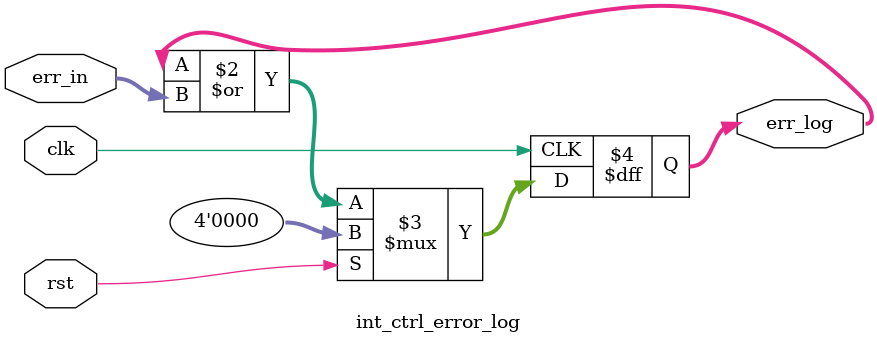
<source format=sv>
module int_ctrl_error_log #(
    parameter ERR_BITS = 4
)(
    input wire clk,
    input wire rst,
    input wire [ERR_BITS-1:0] err_in,
    output reg [ERR_BITS-1:0] err_log
);

always @(posedge clk)
    err_log <= rst ? {ERR_BITS{1'b0}} : (err_log | err_in);

endmodule
</source>
